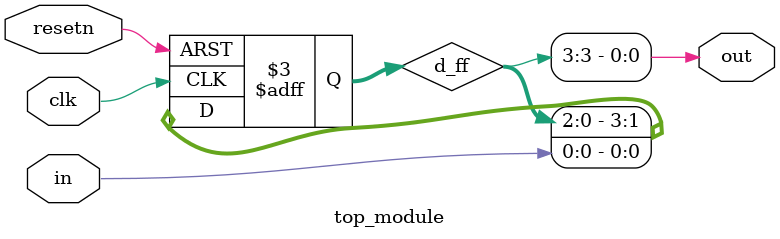
<source format=sv>
module top_module (
  input clk,
  input resetn,
  input in,
  output out
);

reg [3:0] d_ff;
reg [3:0] shifted;
  
always @(posedge clk or negedge resetn) begin
  if (!resetn)
    d_ff <= 4'b0000;
  else begin
    d_ff[0] <= in;
    d_ff[1] <= d_ff[0];
    d_ff[2] <= d_ff[1];
    d_ff[3] <= d_ff[2];
  end
end

assign out = d_ff[3];

endmodule

</source>
